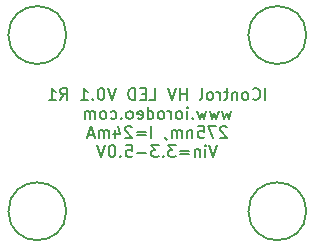
<source format=gbo>
%TF.GenerationSoftware,KiCad,Pcbnew,7.0.8-7.0.8~ubuntu22.04.1*%
%TF.CreationDate,2023-12-07T10:55:27-08:00*%
%TF.ProjectId,275nm_SU_CULBN2,3237356e-6d5f-4535-955f-43554c424e32,rev?*%
%TF.SameCoordinates,Original*%
%TF.FileFunction,Legend,Bot*%
%TF.FilePolarity,Positive*%
%FSLAX46Y46*%
G04 Gerber Fmt 4.6, Leading zero omitted, Abs format (unit mm)*
G04 Created by KiCad (PCBNEW 7.0.8-7.0.8~ubuntu22.04.1) date 2023-12-07 10:55:27*
%MOMM*%
%LPD*%
G01*
G04 APERTURE LIST*
%ADD10C,0.150000*%
G04 APERTURE END LIST*
D10*
X71842857Y-58039819D02*
X71842857Y-57039819D01*
X70795239Y-57944580D02*
X70842858Y-57992200D01*
X70842858Y-57992200D02*
X70985715Y-58039819D01*
X70985715Y-58039819D02*
X71080953Y-58039819D01*
X71080953Y-58039819D02*
X71223810Y-57992200D01*
X71223810Y-57992200D02*
X71319048Y-57896961D01*
X71319048Y-57896961D02*
X71366667Y-57801723D01*
X71366667Y-57801723D02*
X71414286Y-57611247D01*
X71414286Y-57611247D02*
X71414286Y-57468390D01*
X71414286Y-57468390D02*
X71366667Y-57277914D01*
X71366667Y-57277914D02*
X71319048Y-57182676D01*
X71319048Y-57182676D02*
X71223810Y-57087438D01*
X71223810Y-57087438D02*
X71080953Y-57039819D01*
X71080953Y-57039819D02*
X70985715Y-57039819D01*
X70985715Y-57039819D02*
X70842858Y-57087438D01*
X70842858Y-57087438D02*
X70795239Y-57135057D01*
X70223810Y-58039819D02*
X70319048Y-57992200D01*
X70319048Y-57992200D02*
X70366667Y-57944580D01*
X70366667Y-57944580D02*
X70414286Y-57849342D01*
X70414286Y-57849342D02*
X70414286Y-57563628D01*
X70414286Y-57563628D02*
X70366667Y-57468390D01*
X70366667Y-57468390D02*
X70319048Y-57420771D01*
X70319048Y-57420771D02*
X70223810Y-57373152D01*
X70223810Y-57373152D02*
X70080953Y-57373152D01*
X70080953Y-57373152D02*
X69985715Y-57420771D01*
X69985715Y-57420771D02*
X69938096Y-57468390D01*
X69938096Y-57468390D02*
X69890477Y-57563628D01*
X69890477Y-57563628D02*
X69890477Y-57849342D01*
X69890477Y-57849342D02*
X69938096Y-57944580D01*
X69938096Y-57944580D02*
X69985715Y-57992200D01*
X69985715Y-57992200D02*
X70080953Y-58039819D01*
X70080953Y-58039819D02*
X70223810Y-58039819D01*
X69461905Y-57373152D02*
X69461905Y-58039819D01*
X69461905Y-57468390D02*
X69414286Y-57420771D01*
X69414286Y-57420771D02*
X69319048Y-57373152D01*
X69319048Y-57373152D02*
X69176191Y-57373152D01*
X69176191Y-57373152D02*
X69080953Y-57420771D01*
X69080953Y-57420771D02*
X69033334Y-57516009D01*
X69033334Y-57516009D02*
X69033334Y-58039819D01*
X68700000Y-57373152D02*
X68319048Y-57373152D01*
X68557143Y-57039819D02*
X68557143Y-57896961D01*
X68557143Y-57896961D02*
X68509524Y-57992200D01*
X68509524Y-57992200D02*
X68414286Y-58039819D01*
X68414286Y-58039819D02*
X68319048Y-58039819D01*
X67985714Y-58039819D02*
X67985714Y-57373152D01*
X67985714Y-57563628D02*
X67938095Y-57468390D01*
X67938095Y-57468390D02*
X67890476Y-57420771D01*
X67890476Y-57420771D02*
X67795238Y-57373152D01*
X67795238Y-57373152D02*
X67700000Y-57373152D01*
X67223809Y-58039819D02*
X67319047Y-57992200D01*
X67319047Y-57992200D02*
X67366666Y-57944580D01*
X67366666Y-57944580D02*
X67414285Y-57849342D01*
X67414285Y-57849342D02*
X67414285Y-57563628D01*
X67414285Y-57563628D02*
X67366666Y-57468390D01*
X67366666Y-57468390D02*
X67319047Y-57420771D01*
X67319047Y-57420771D02*
X67223809Y-57373152D01*
X67223809Y-57373152D02*
X67080952Y-57373152D01*
X67080952Y-57373152D02*
X66985714Y-57420771D01*
X66985714Y-57420771D02*
X66938095Y-57468390D01*
X66938095Y-57468390D02*
X66890476Y-57563628D01*
X66890476Y-57563628D02*
X66890476Y-57849342D01*
X66890476Y-57849342D02*
X66938095Y-57944580D01*
X66938095Y-57944580D02*
X66985714Y-57992200D01*
X66985714Y-57992200D02*
X67080952Y-58039819D01*
X67080952Y-58039819D02*
X67223809Y-58039819D01*
X66319047Y-58039819D02*
X66414285Y-57992200D01*
X66414285Y-57992200D02*
X66461904Y-57896961D01*
X66461904Y-57896961D02*
X66461904Y-57039819D01*
X65176189Y-58039819D02*
X65176189Y-57039819D01*
X65176189Y-57516009D02*
X64604761Y-57516009D01*
X64604761Y-58039819D02*
X64604761Y-57039819D01*
X64271427Y-57039819D02*
X63938094Y-58039819D01*
X63938094Y-58039819D02*
X63604761Y-57039819D01*
X62033332Y-58039819D02*
X62509522Y-58039819D01*
X62509522Y-58039819D02*
X62509522Y-57039819D01*
X61699998Y-57516009D02*
X61366665Y-57516009D01*
X61223808Y-58039819D02*
X61699998Y-58039819D01*
X61699998Y-58039819D02*
X61699998Y-57039819D01*
X61699998Y-57039819D02*
X61223808Y-57039819D01*
X60795236Y-58039819D02*
X60795236Y-57039819D01*
X60795236Y-57039819D02*
X60557141Y-57039819D01*
X60557141Y-57039819D02*
X60414284Y-57087438D01*
X60414284Y-57087438D02*
X60319046Y-57182676D01*
X60319046Y-57182676D02*
X60271427Y-57277914D01*
X60271427Y-57277914D02*
X60223808Y-57468390D01*
X60223808Y-57468390D02*
X60223808Y-57611247D01*
X60223808Y-57611247D02*
X60271427Y-57801723D01*
X60271427Y-57801723D02*
X60319046Y-57896961D01*
X60319046Y-57896961D02*
X60414284Y-57992200D01*
X60414284Y-57992200D02*
X60557141Y-58039819D01*
X60557141Y-58039819D02*
X60795236Y-58039819D01*
X59176188Y-57039819D02*
X58842855Y-58039819D01*
X58842855Y-58039819D02*
X58509522Y-57039819D01*
X57985712Y-57039819D02*
X57890474Y-57039819D01*
X57890474Y-57039819D02*
X57795236Y-57087438D01*
X57795236Y-57087438D02*
X57747617Y-57135057D01*
X57747617Y-57135057D02*
X57699998Y-57230295D01*
X57699998Y-57230295D02*
X57652379Y-57420771D01*
X57652379Y-57420771D02*
X57652379Y-57658866D01*
X57652379Y-57658866D02*
X57699998Y-57849342D01*
X57699998Y-57849342D02*
X57747617Y-57944580D01*
X57747617Y-57944580D02*
X57795236Y-57992200D01*
X57795236Y-57992200D02*
X57890474Y-58039819D01*
X57890474Y-58039819D02*
X57985712Y-58039819D01*
X57985712Y-58039819D02*
X58080950Y-57992200D01*
X58080950Y-57992200D02*
X58128569Y-57944580D01*
X58128569Y-57944580D02*
X58176188Y-57849342D01*
X58176188Y-57849342D02*
X58223807Y-57658866D01*
X58223807Y-57658866D02*
X58223807Y-57420771D01*
X58223807Y-57420771D02*
X58176188Y-57230295D01*
X58176188Y-57230295D02*
X58128569Y-57135057D01*
X58128569Y-57135057D02*
X58080950Y-57087438D01*
X58080950Y-57087438D02*
X57985712Y-57039819D01*
X57223807Y-57944580D02*
X57176188Y-57992200D01*
X57176188Y-57992200D02*
X57223807Y-58039819D01*
X57223807Y-58039819D02*
X57271426Y-57992200D01*
X57271426Y-57992200D02*
X57223807Y-57944580D01*
X57223807Y-57944580D02*
X57223807Y-58039819D01*
X56223808Y-58039819D02*
X56795236Y-58039819D01*
X56509522Y-58039819D02*
X56509522Y-57039819D01*
X56509522Y-57039819D02*
X56604760Y-57182676D01*
X56604760Y-57182676D02*
X56699998Y-57277914D01*
X56699998Y-57277914D02*
X56795236Y-57325533D01*
X54461903Y-58039819D02*
X54795236Y-57563628D01*
X55033331Y-58039819D02*
X55033331Y-57039819D01*
X55033331Y-57039819D02*
X54652379Y-57039819D01*
X54652379Y-57039819D02*
X54557141Y-57087438D01*
X54557141Y-57087438D02*
X54509522Y-57135057D01*
X54509522Y-57135057D02*
X54461903Y-57230295D01*
X54461903Y-57230295D02*
X54461903Y-57373152D01*
X54461903Y-57373152D02*
X54509522Y-57468390D01*
X54509522Y-57468390D02*
X54557141Y-57516009D01*
X54557141Y-57516009D02*
X54652379Y-57563628D01*
X54652379Y-57563628D02*
X55033331Y-57563628D01*
X53509522Y-58039819D02*
X54080950Y-58039819D01*
X53795236Y-58039819D02*
X53795236Y-57039819D01*
X53795236Y-57039819D02*
X53890474Y-57182676D01*
X53890474Y-57182676D02*
X53985712Y-57277914D01*
X53985712Y-57277914D02*
X54080950Y-57325533D01*
X68938094Y-58983152D02*
X68747618Y-59649819D01*
X68747618Y-59649819D02*
X68557142Y-59173628D01*
X68557142Y-59173628D02*
X68366666Y-59649819D01*
X68366666Y-59649819D02*
X68176190Y-58983152D01*
X67890475Y-58983152D02*
X67699999Y-59649819D01*
X67699999Y-59649819D02*
X67509523Y-59173628D01*
X67509523Y-59173628D02*
X67319047Y-59649819D01*
X67319047Y-59649819D02*
X67128571Y-58983152D01*
X66842856Y-58983152D02*
X66652380Y-59649819D01*
X66652380Y-59649819D02*
X66461904Y-59173628D01*
X66461904Y-59173628D02*
X66271428Y-59649819D01*
X66271428Y-59649819D02*
X66080952Y-58983152D01*
X65699999Y-59554580D02*
X65652380Y-59602200D01*
X65652380Y-59602200D02*
X65699999Y-59649819D01*
X65699999Y-59649819D02*
X65747618Y-59602200D01*
X65747618Y-59602200D02*
X65699999Y-59554580D01*
X65699999Y-59554580D02*
X65699999Y-59649819D01*
X65223809Y-59649819D02*
X65223809Y-58983152D01*
X65223809Y-58649819D02*
X65271428Y-58697438D01*
X65271428Y-58697438D02*
X65223809Y-58745057D01*
X65223809Y-58745057D02*
X65176190Y-58697438D01*
X65176190Y-58697438D02*
X65223809Y-58649819D01*
X65223809Y-58649819D02*
X65223809Y-58745057D01*
X64604762Y-59649819D02*
X64700000Y-59602200D01*
X64700000Y-59602200D02*
X64747619Y-59554580D01*
X64747619Y-59554580D02*
X64795238Y-59459342D01*
X64795238Y-59459342D02*
X64795238Y-59173628D01*
X64795238Y-59173628D02*
X64747619Y-59078390D01*
X64747619Y-59078390D02*
X64700000Y-59030771D01*
X64700000Y-59030771D02*
X64604762Y-58983152D01*
X64604762Y-58983152D02*
X64461905Y-58983152D01*
X64461905Y-58983152D02*
X64366667Y-59030771D01*
X64366667Y-59030771D02*
X64319048Y-59078390D01*
X64319048Y-59078390D02*
X64271429Y-59173628D01*
X64271429Y-59173628D02*
X64271429Y-59459342D01*
X64271429Y-59459342D02*
X64319048Y-59554580D01*
X64319048Y-59554580D02*
X64366667Y-59602200D01*
X64366667Y-59602200D02*
X64461905Y-59649819D01*
X64461905Y-59649819D02*
X64604762Y-59649819D01*
X63842857Y-59649819D02*
X63842857Y-58983152D01*
X63842857Y-59173628D02*
X63795238Y-59078390D01*
X63795238Y-59078390D02*
X63747619Y-59030771D01*
X63747619Y-59030771D02*
X63652381Y-58983152D01*
X63652381Y-58983152D02*
X63557143Y-58983152D01*
X63080952Y-59649819D02*
X63176190Y-59602200D01*
X63176190Y-59602200D02*
X63223809Y-59554580D01*
X63223809Y-59554580D02*
X63271428Y-59459342D01*
X63271428Y-59459342D02*
X63271428Y-59173628D01*
X63271428Y-59173628D02*
X63223809Y-59078390D01*
X63223809Y-59078390D02*
X63176190Y-59030771D01*
X63176190Y-59030771D02*
X63080952Y-58983152D01*
X63080952Y-58983152D02*
X62938095Y-58983152D01*
X62938095Y-58983152D02*
X62842857Y-59030771D01*
X62842857Y-59030771D02*
X62795238Y-59078390D01*
X62795238Y-59078390D02*
X62747619Y-59173628D01*
X62747619Y-59173628D02*
X62747619Y-59459342D01*
X62747619Y-59459342D02*
X62795238Y-59554580D01*
X62795238Y-59554580D02*
X62842857Y-59602200D01*
X62842857Y-59602200D02*
X62938095Y-59649819D01*
X62938095Y-59649819D02*
X63080952Y-59649819D01*
X61890476Y-59649819D02*
X61890476Y-58649819D01*
X61890476Y-59602200D02*
X61985714Y-59649819D01*
X61985714Y-59649819D02*
X62176190Y-59649819D01*
X62176190Y-59649819D02*
X62271428Y-59602200D01*
X62271428Y-59602200D02*
X62319047Y-59554580D01*
X62319047Y-59554580D02*
X62366666Y-59459342D01*
X62366666Y-59459342D02*
X62366666Y-59173628D01*
X62366666Y-59173628D02*
X62319047Y-59078390D01*
X62319047Y-59078390D02*
X62271428Y-59030771D01*
X62271428Y-59030771D02*
X62176190Y-58983152D01*
X62176190Y-58983152D02*
X61985714Y-58983152D01*
X61985714Y-58983152D02*
X61890476Y-59030771D01*
X61033333Y-59602200D02*
X61128571Y-59649819D01*
X61128571Y-59649819D02*
X61319047Y-59649819D01*
X61319047Y-59649819D02*
X61414285Y-59602200D01*
X61414285Y-59602200D02*
X61461904Y-59506961D01*
X61461904Y-59506961D02*
X61461904Y-59126009D01*
X61461904Y-59126009D02*
X61414285Y-59030771D01*
X61414285Y-59030771D02*
X61319047Y-58983152D01*
X61319047Y-58983152D02*
X61128571Y-58983152D01*
X61128571Y-58983152D02*
X61033333Y-59030771D01*
X61033333Y-59030771D02*
X60985714Y-59126009D01*
X60985714Y-59126009D02*
X60985714Y-59221247D01*
X60985714Y-59221247D02*
X61461904Y-59316485D01*
X60414285Y-59649819D02*
X60509523Y-59602200D01*
X60509523Y-59602200D02*
X60557142Y-59554580D01*
X60557142Y-59554580D02*
X60604761Y-59459342D01*
X60604761Y-59459342D02*
X60604761Y-59173628D01*
X60604761Y-59173628D02*
X60557142Y-59078390D01*
X60557142Y-59078390D02*
X60509523Y-59030771D01*
X60509523Y-59030771D02*
X60414285Y-58983152D01*
X60414285Y-58983152D02*
X60271428Y-58983152D01*
X60271428Y-58983152D02*
X60176190Y-59030771D01*
X60176190Y-59030771D02*
X60128571Y-59078390D01*
X60128571Y-59078390D02*
X60080952Y-59173628D01*
X60080952Y-59173628D02*
X60080952Y-59459342D01*
X60080952Y-59459342D02*
X60128571Y-59554580D01*
X60128571Y-59554580D02*
X60176190Y-59602200D01*
X60176190Y-59602200D02*
X60271428Y-59649819D01*
X60271428Y-59649819D02*
X60414285Y-59649819D01*
X59652380Y-59554580D02*
X59604761Y-59602200D01*
X59604761Y-59602200D02*
X59652380Y-59649819D01*
X59652380Y-59649819D02*
X59699999Y-59602200D01*
X59699999Y-59602200D02*
X59652380Y-59554580D01*
X59652380Y-59554580D02*
X59652380Y-59649819D01*
X58747619Y-59602200D02*
X58842857Y-59649819D01*
X58842857Y-59649819D02*
X59033333Y-59649819D01*
X59033333Y-59649819D02*
X59128571Y-59602200D01*
X59128571Y-59602200D02*
X59176190Y-59554580D01*
X59176190Y-59554580D02*
X59223809Y-59459342D01*
X59223809Y-59459342D02*
X59223809Y-59173628D01*
X59223809Y-59173628D02*
X59176190Y-59078390D01*
X59176190Y-59078390D02*
X59128571Y-59030771D01*
X59128571Y-59030771D02*
X59033333Y-58983152D01*
X59033333Y-58983152D02*
X58842857Y-58983152D01*
X58842857Y-58983152D02*
X58747619Y-59030771D01*
X58176190Y-59649819D02*
X58271428Y-59602200D01*
X58271428Y-59602200D02*
X58319047Y-59554580D01*
X58319047Y-59554580D02*
X58366666Y-59459342D01*
X58366666Y-59459342D02*
X58366666Y-59173628D01*
X58366666Y-59173628D02*
X58319047Y-59078390D01*
X58319047Y-59078390D02*
X58271428Y-59030771D01*
X58271428Y-59030771D02*
X58176190Y-58983152D01*
X58176190Y-58983152D02*
X58033333Y-58983152D01*
X58033333Y-58983152D02*
X57938095Y-59030771D01*
X57938095Y-59030771D02*
X57890476Y-59078390D01*
X57890476Y-59078390D02*
X57842857Y-59173628D01*
X57842857Y-59173628D02*
X57842857Y-59459342D01*
X57842857Y-59459342D02*
X57890476Y-59554580D01*
X57890476Y-59554580D02*
X57938095Y-59602200D01*
X57938095Y-59602200D02*
X58033333Y-59649819D01*
X58033333Y-59649819D02*
X58176190Y-59649819D01*
X57414285Y-59649819D02*
X57414285Y-58983152D01*
X57414285Y-59078390D02*
X57366666Y-59030771D01*
X57366666Y-59030771D02*
X57271428Y-58983152D01*
X57271428Y-58983152D02*
X57128571Y-58983152D01*
X57128571Y-58983152D02*
X57033333Y-59030771D01*
X57033333Y-59030771D02*
X56985714Y-59126009D01*
X56985714Y-59126009D02*
X56985714Y-59649819D01*
X56985714Y-59126009D02*
X56938095Y-59030771D01*
X56938095Y-59030771D02*
X56842857Y-58983152D01*
X56842857Y-58983152D02*
X56700000Y-58983152D01*
X56700000Y-58983152D02*
X56604761Y-59030771D01*
X56604761Y-59030771D02*
X56557142Y-59126009D01*
X56557142Y-59126009D02*
X56557142Y-59649819D01*
X68580951Y-60355057D02*
X68533332Y-60307438D01*
X68533332Y-60307438D02*
X68438094Y-60259819D01*
X68438094Y-60259819D02*
X68199999Y-60259819D01*
X68199999Y-60259819D02*
X68104761Y-60307438D01*
X68104761Y-60307438D02*
X68057142Y-60355057D01*
X68057142Y-60355057D02*
X68009523Y-60450295D01*
X68009523Y-60450295D02*
X68009523Y-60545533D01*
X68009523Y-60545533D02*
X68057142Y-60688390D01*
X68057142Y-60688390D02*
X68628570Y-61259819D01*
X68628570Y-61259819D02*
X68009523Y-61259819D01*
X67676189Y-60259819D02*
X67009523Y-60259819D01*
X67009523Y-60259819D02*
X67438094Y-61259819D01*
X66152380Y-60259819D02*
X66628570Y-60259819D01*
X66628570Y-60259819D02*
X66676189Y-60736009D01*
X66676189Y-60736009D02*
X66628570Y-60688390D01*
X66628570Y-60688390D02*
X66533332Y-60640771D01*
X66533332Y-60640771D02*
X66295237Y-60640771D01*
X66295237Y-60640771D02*
X66199999Y-60688390D01*
X66199999Y-60688390D02*
X66152380Y-60736009D01*
X66152380Y-60736009D02*
X66104761Y-60831247D01*
X66104761Y-60831247D02*
X66104761Y-61069342D01*
X66104761Y-61069342D02*
X66152380Y-61164580D01*
X66152380Y-61164580D02*
X66199999Y-61212200D01*
X66199999Y-61212200D02*
X66295237Y-61259819D01*
X66295237Y-61259819D02*
X66533332Y-61259819D01*
X66533332Y-61259819D02*
X66628570Y-61212200D01*
X66628570Y-61212200D02*
X66676189Y-61164580D01*
X65676189Y-60593152D02*
X65676189Y-61259819D01*
X65676189Y-60688390D02*
X65628570Y-60640771D01*
X65628570Y-60640771D02*
X65533332Y-60593152D01*
X65533332Y-60593152D02*
X65390475Y-60593152D01*
X65390475Y-60593152D02*
X65295237Y-60640771D01*
X65295237Y-60640771D02*
X65247618Y-60736009D01*
X65247618Y-60736009D02*
X65247618Y-61259819D01*
X64771427Y-61259819D02*
X64771427Y-60593152D01*
X64771427Y-60688390D02*
X64723808Y-60640771D01*
X64723808Y-60640771D02*
X64628570Y-60593152D01*
X64628570Y-60593152D02*
X64485713Y-60593152D01*
X64485713Y-60593152D02*
X64390475Y-60640771D01*
X64390475Y-60640771D02*
X64342856Y-60736009D01*
X64342856Y-60736009D02*
X64342856Y-61259819D01*
X64342856Y-60736009D02*
X64295237Y-60640771D01*
X64295237Y-60640771D02*
X64199999Y-60593152D01*
X64199999Y-60593152D02*
X64057142Y-60593152D01*
X64057142Y-60593152D02*
X63961903Y-60640771D01*
X63961903Y-60640771D02*
X63914284Y-60736009D01*
X63914284Y-60736009D02*
X63914284Y-61259819D01*
X63390475Y-61212200D02*
X63390475Y-61259819D01*
X63390475Y-61259819D02*
X63438094Y-61355057D01*
X63438094Y-61355057D02*
X63485713Y-61402676D01*
X62199999Y-61259819D02*
X62199999Y-60259819D01*
X61723809Y-60736009D02*
X60961905Y-60736009D01*
X60961905Y-61021723D02*
X61723809Y-61021723D01*
X60533333Y-60355057D02*
X60485714Y-60307438D01*
X60485714Y-60307438D02*
X60390476Y-60259819D01*
X60390476Y-60259819D02*
X60152381Y-60259819D01*
X60152381Y-60259819D02*
X60057143Y-60307438D01*
X60057143Y-60307438D02*
X60009524Y-60355057D01*
X60009524Y-60355057D02*
X59961905Y-60450295D01*
X59961905Y-60450295D02*
X59961905Y-60545533D01*
X59961905Y-60545533D02*
X60009524Y-60688390D01*
X60009524Y-60688390D02*
X60580952Y-61259819D01*
X60580952Y-61259819D02*
X59961905Y-61259819D01*
X59104762Y-60593152D02*
X59104762Y-61259819D01*
X59342857Y-60212200D02*
X59580952Y-60926485D01*
X59580952Y-60926485D02*
X58961905Y-60926485D01*
X58580952Y-61259819D02*
X58580952Y-60593152D01*
X58580952Y-60688390D02*
X58533333Y-60640771D01*
X58533333Y-60640771D02*
X58438095Y-60593152D01*
X58438095Y-60593152D02*
X58295238Y-60593152D01*
X58295238Y-60593152D02*
X58200000Y-60640771D01*
X58200000Y-60640771D02*
X58152381Y-60736009D01*
X58152381Y-60736009D02*
X58152381Y-61259819D01*
X58152381Y-60736009D02*
X58104762Y-60640771D01*
X58104762Y-60640771D02*
X58009524Y-60593152D01*
X58009524Y-60593152D02*
X57866667Y-60593152D01*
X57866667Y-60593152D02*
X57771428Y-60640771D01*
X57771428Y-60640771D02*
X57723809Y-60736009D01*
X57723809Y-60736009D02*
X57723809Y-61259819D01*
X57295238Y-60974104D02*
X56819048Y-60974104D01*
X57390476Y-61259819D02*
X57057143Y-60259819D01*
X57057143Y-60259819D02*
X56723810Y-61259819D01*
X67771427Y-61869819D02*
X67438094Y-62869819D01*
X67438094Y-62869819D02*
X67104761Y-61869819D01*
X66771427Y-62869819D02*
X66771427Y-62203152D01*
X66771427Y-61869819D02*
X66819046Y-61917438D01*
X66819046Y-61917438D02*
X66771427Y-61965057D01*
X66771427Y-61965057D02*
X66723808Y-61917438D01*
X66723808Y-61917438D02*
X66771427Y-61869819D01*
X66771427Y-61869819D02*
X66771427Y-61965057D01*
X66295237Y-62203152D02*
X66295237Y-62869819D01*
X66295237Y-62298390D02*
X66247618Y-62250771D01*
X66247618Y-62250771D02*
X66152380Y-62203152D01*
X66152380Y-62203152D02*
X66009523Y-62203152D01*
X66009523Y-62203152D02*
X65914285Y-62250771D01*
X65914285Y-62250771D02*
X65866666Y-62346009D01*
X65866666Y-62346009D02*
X65866666Y-62869819D01*
X65390475Y-62346009D02*
X64628571Y-62346009D01*
X64628571Y-62631723D02*
X65390475Y-62631723D01*
X64247618Y-61869819D02*
X63628571Y-61869819D01*
X63628571Y-61869819D02*
X63961904Y-62250771D01*
X63961904Y-62250771D02*
X63819047Y-62250771D01*
X63819047Y-62250771D02*
X63723809Y-62298390D01*
X63723809Y-62298390D02*
X63676190Y-62346009D01*
X63676190Y-62346009D02*
X63628571Y-62441247D01*
X63628571Y-62441247D02*
X63628571Y-62679342D01*
X63628571Y-62679342D02*
X63676190Y-62774580D01*
X63676190Y-62774580D02*
X63723809Y-62822200D01*
X63723809Y-62822200D02*
X63819047Y-62869819D01*
X63819047Y-62869819D02*
X64104761Y-62869819D01*
X64104761Y-62869819D02*
X64199999Y-62822200D01*
X64199999Y-62822200D02*
X64247618Y-62774580D01*
X63199999Y-62774580D02*
X63152380Y-62822200D01*
X63152380Y-62822200D02*
X63199999Y-62869819D01*
X63199999Y-62869819D02*
X63247618Y-62822200D01*
X63247618Y-62822200D02*
X63199999Y-62774580D01*
X63199999Y-62774580D02*
X63199999Y-62869819D01*
X62819047Y-61869819D02*
X62200000Y-61869819D01*
X62200000Y-61869819D02*
X62533333Y-62250771D01*
X62533333Y-62250771D02*
X62390476Y-62250771D01*
X62390476Y-62250771D02*
X62295238Y-62298390D01*
X62295238Y-62298390D02*
X62247619Y-62346009D01*
X62247619Y-62346009D02*
X62200000Y-62441247D01*
X62200000Y-62441247D02*
X62200000Y-62679342D01*
X62200000Y-62679342D02*
X62247619Y-62774580D01*
X62247619Y-62774580D02*
X62295238Y-62822200D01*
X62295238Y-62822200D02*
X62390476Y-62869819D01*
X62390476Y-62869819D02*
X62676190Y-62869819D01*
X62676190Y-62869819D02*
X62771428Y-62822200D01*
X62771428Y-62822200D02*
X62819047Y-62774580D01*
X61771428Y-62488866D02*
X61009524Y-62488866D01*
X60057143Y-61869819D02*
X60533333Y-61869819D01*
X60533333Y-61869819D02*
X60580952Y-62346009D01*
X60580952Y-62346009D02*
X60533333Y-62298390D01*
X60533333Y-62298390D02*
X60438095Y-62250771D01*
X60438095Y-62250771D02*
X60200000Y-62250771D01*
X60200000Y-62250771D02*
X60104762Y-62298390D01*
X60104762Y-62298390D02*
X60057143Y-62346009D01*
X60057143Y-62346009D02*
X60009524Y-62441247D01*
X60009524Y-62441247D02*
X60009524Y-62679342D01*
X60009524Y-62679342D02*
X60057143Y-62774580D01*
X60057143Y-62774580D02*
X60104762Y-62822200D01*
X60104762Y-62822200D02*
X60200000Y-62869819D01*
X60200000Y-62869819D02*
X60438095Y-62869819D01*
X60438095Y-62869819D02*
X60533333Y-62822200D01*
X60533333Y-62822200D02*
X60580952Y-62774580D01*
X59580952Y-62774580D02*
X59533333Y-62822200D01*
X59533333Y-62822200D02*
X59580952Y-62869819D01*
X59580952Y-62869819D02*
X59628571Y-62822200D01*
X59628571Y-62822200D02*
X59580952Y-62774580D01*
X59580952Y-62774580D02*
X59580952Y-62869819D01*
X58914286Y-61869819D02*
X58819048Y-61869819D01*
X58819048Y-61869819D02*
X58723810Y-61917438D01*
X58723810Y-61917438D02*
X58676191Y-61965057D01*
X58676191Y-61965057D02*
X58628572Y-62060295D01*
X58628572Y-62060295D02*
X58580953Y-62250771D01*
X58580953Y-62250771D02*
X58580953Y-62488866D01*
X58580953Y-62488866D02*
X58628572Y-62679342D01*
X58628572Y-62679342D02*
X58676191Y-62774580D01*
X58676191Y-62774580D02*
X58723810Y-62822200D01*
X58723810Y-62822200D02*
X58819048Y-62869819D01*
X58819048Y-62869819D02*
X58914286Y-62869819D01*
X58914286Y-62869819D02*
X59009524Y-62822200D01*
X59009524Y-62822200D02*
X59057143Y-62774580D01*
X59057143Y-62774580D02*
X59104762Y-62679342D01*
X59104762Y-62679342D02*
X59152381Y-62488866D01*
X59152381Y-62488866D02*
X59152381Y-62250771D01*
X59152381Y-62250771D02*
X59104762Y-62060295D01*
X59104762Y-62060295D02*
X59057143Y-61965057D01*
X59057143Y-61965057D02*
X59009524Y-61917438D01*
X59009524Y-61917438D02*
X58914286Y-61869819D01*
X58295238Y-61869819D02*
X57961905Y-62869819D01*
X57961905Y-62869819D02*
X57628572Y-61869819D01*
%TO.C,M1*%
X54990000Y-52540000D02*
G75*
G03*
X54990000Y-52540000I-2450000J0D01*
G01*
%TO.C,M2*%
X75310000Y-52540000D02*
G75*
G03*
X75310000Y-52540000I-2450000J0D01*
G01*
%TO.C,M3*%
X75310000Y-67460000D02*
G75*
G03*
X75310000Y-67460000I-2450000J0D01*
G01*
%TO.C,M4*%
X54990000Y-67460000D02*
G75*
G03*
X54990000Y-67460000I-2450000J0D01*
G01*
%TD*%
M02*

</source>
